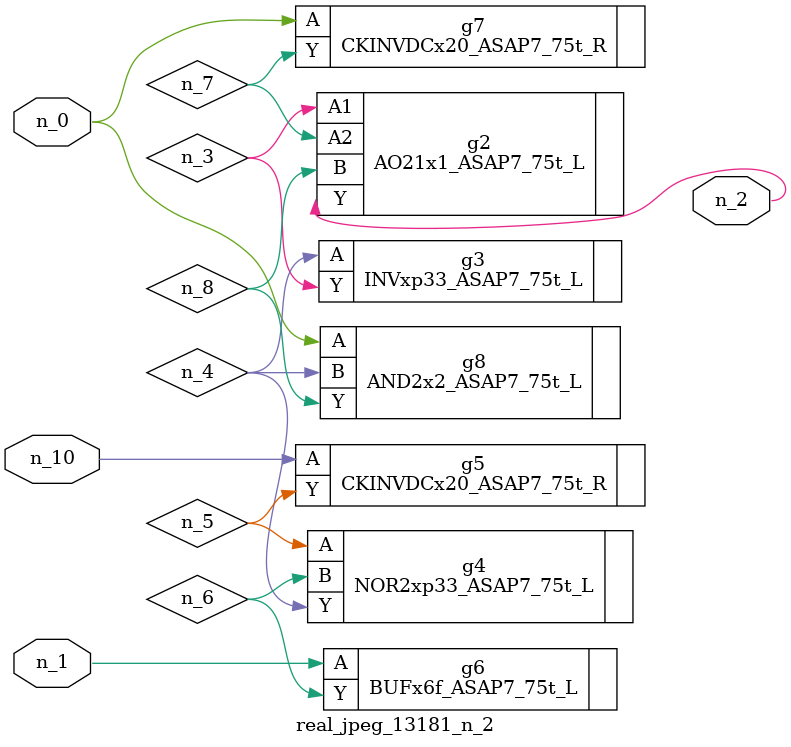
<source format=v>
module real_jpeg_13181_n_2 (n_1, n_10, n_0, n_2);

input n_1;
input n_10;
input n_0;

output n_2;

wire n_5;
wire n_4;
wire n_8;
wire n_6;
wire n_7;
wire n_3;

CKINVDCx20_ASAP7_75t_R g7 ( 
.A(n_0),
.Y(n_7)
);

AND2x2_ASAP7_75t_L g8 ( 
.A(n_0),
.B(n_4),
.Y(n_8)
);

BUFx6f_ASAP7_75t_L g6 ( 
.A(n_1),
.Y(n_6)
);

AO21x1_ASAP7_75t_L g2 ( 
.A1(n_3),
.A2(n_7),
.B(n_8),
.Y(n_2)
);

INVxp33_ASAP7_75t_L g3 ( 
.A(n_4),
.Y(n_3)
);

NOR2xp33_ASAP7_75t_L g4 ( 
.A(n_5),
.B(n_6),
.Y(n_4)
);

CKINVDCx20_ASAP7_75t_R g5 ( 
.A(n_10),
.Y(n_5)
);


endmodule
</source>
